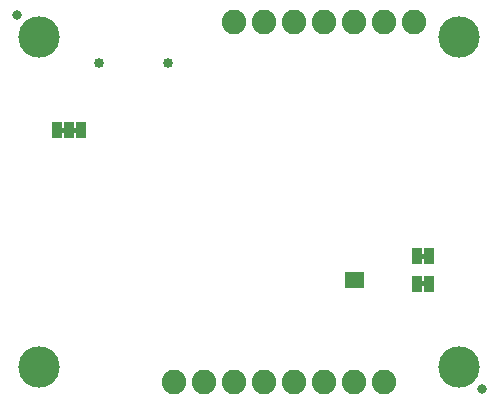
<source format=gbs>
G75*
%MOIN*%
%OFA0B0*%
%FSLAX25Y25*%
%IPPOS*%
%LPD*%
%AMOC8*
5,1,8,0,0,1.08239X$1,22.5*
%
%ADD10C,0.13800*%
%ADD11R,0.03300X0.05800*%
%ADD12C,0.00500*%
%ADD13C,0.03300*%
%ADD14C,0.08200*%
%ADD15C,0.03359*%
D10*
X0163333Y0085000D03*
X0303333Y0085000D03*
X0303333Y0194900D03*
X0163333Y0194900D03*
D11*
X0169333Y0163900D03*
X0173333Y0163900D03*
X0177333Y0163900D03*
X0266733Y0113900D03*
X0269933Y0113900D03*
X0289333Y0112800D03*
X0293333Y0112800D03*
X0293333Y0121900D03*
X0289333Y0121900D03*
D12*
X0290583Y0121860D02*
X0292083Y0121860D01*
X0292083Y0121400D02*
X0292083Y0122400D01*
X0290583Y0122400D01*
X0290583Y0121400D01*
X0292083Y0121400D01*
X0292083Y0122359D02*
X0290583Y0122359D01*
X0290583Y0113300D02*
X0290583Y0112300D01*
X0292083Y0112300D01*
X0292083Y0113300D01*
X0290583Y0113300D01*
X0290583Y0112887D02*
X0292083Y0112887D01*
X0292083Y0112388D02*
X0290583Y0112388D01*
X0176083Y0163400D02*
X0176083Y0164400D01*
X0174583Y0164400D01*
X0174583Y0163400D01*
X0176083Y0163400D01*
X0176083Y0163735D02*
X0174583Y0163735D01*
X0174583Y0164234D02*
X0176083Y0164234D01*
X0172083Y0164234D02*
X0170583Y0164234D01*
X0170583Y0164400D02*
X0170583Y0163400D01*
X0172083Y0163400D01*
X0172083Y0164400D01*
X0170583Y0164400D01*
X0170583Y0163735D02*
X0172083Y0163735D01*
D13*
X0155833Y0202400D03*
X0310833Y0077500D03*
D14*
X0278333Y0080000D03*
X0268333Y0080000D03*
X0258333Y0080000D03*
X0248333Y0080000D03*
X0238333Y0080000D03*
X0228333Y0080000D03*
X0218333Y0080000D03*
X0208333Y0080000D03*
X0228333Y0199900D03*
X0238333Y0199900D03*
X0248333Y0199900D03*
X0258333Y0199900D03*
X0268333Y0199900D03*
X0278333Y0199900D03*
X0288333Y0199900D03*
D15*
X0206111Y0186389D03*
X0183355Y0186389D03*
M02*

</source>
